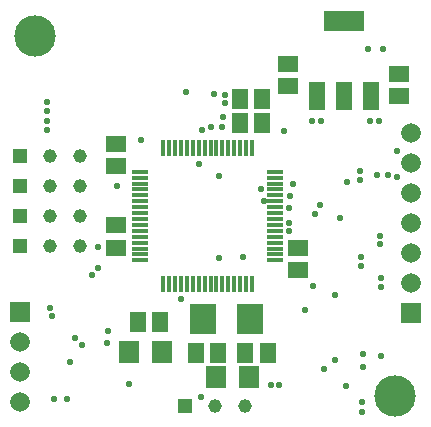
<source format=gbs>
G04 Layer_Color=16711935*
%FSLAX24Y24*%
%MOIN*%
G70*
G01*
G75*
%ADD68R,0.0575X0.0654*%
%ADD69R,0.0654X0.0575*%
%ADD71R,0.0654X0.0654*%
%ADD72C,0.0654*%
%ADD73R,0.0463X0.0463*%
%ADD74C,0.0463*%
%ADD75R,0.0463X0.0463*%
%ADD76C,0.1378*%
%ADD77C,0.0213*%
%ADD78C,0.0233*%
%ADD79R,0.1362X0.0693*%
%ADD80R,0.0535X0.0929*%
%ADD81R,0.0850X0.1008*%
%ADD82R,0.0693X0.0772*%
%ADD83R,0.0574X0.0157*%
%ADD84R,0.0157X0.0574*%
D68*
X8666Y10187D02*
D03*
X7918D02*
D03*
X8666Y10974D02*
D03*
X7918D02*
D03*
X6442Y2534D02*
D03*
X7190D02*
D03*
X8839D02*
D03*
X8091D02*
D03*
X5266Y3543D02*
D03*
X4518D02*
D03*
D69*
X9523Y12160D02*
D03*
Y11412D02*
D03*
X13214Y11821D02*
D03*
Y11073D02*
D03*
X3789Y6772D02*
D03*
Y6024D02*
D03*
X3789Y8750D02*
D03*
Y9498D02*
D03*
X9843Y6033D02*
D03*
Y5285D02*
D03*
D71*
X13632Y3856D02*
D03*
X591Y3886D02*
D03*
D72*
X13632Y9856D02*
D03*
Y8856D02*
D03*
Y7856D02*
D03*
Y6856D02*
D03*
Y4856D02*
D03*
Y5856D02*
D03*
X591Y2886D02*
D03*
Y1886D02*
D03*
Y886D02*
D03*
D73*
X575Y9087D02*
D03*
Y8087D02*
D03*
Y7087D02*
D03*
Y6087D02*
D03*
D74*
X1575Y9087D02*
D03*
Y8087D02*
D03*
Y7087D02*
D03*
Y6087D02*
D03*
X2575Y9087D02*
D03*
Y8087D02*
D03*
Y7087D02*
D03*
Y6087D02*
D03*
X7087Y763D02*
D03*
X8087D02*
D03*
D75*
X6087D02*
D03*
D76*
X1083Y13091D02*
D03*
X13091Y1083D02*
D03*
D77*
X6608Y1055D02*
D03*
X9547Y6576D02*
D03*
X9547Y6841D02*
D03*
X8711Y7579D02*
D03*
X9572Y7751D02*
D03*
X9695Y8169D02*
D03*
X10093Y3966D02*
D03*
X6545Y8809D02*
D03*
X1476Y9966D02*
D03*
Y10901D02*
D03*
X9561Y7371D02*
D03*
X7062Y11147D02*
D03*
X7308Y10039D02*
D03*
X7357Y10384D02*
D03*
X6939Y10064D02*
D03*
X1476Y10581D02*
D03*
Y10261D02*
D03*
X6644Y9966D02*
D03*
X9400Y9916D02*
D03*
X7234Y8415D02*
D03*
X4626Y9621D02*
D03*
X10408Y7160D02*
D03*
X10581Y7456D02*
D03*
X11491Y8219D02*
D03*
X12254Y10261D02*
D03*
X11934Y8292D02*
D03*
X12623Y5020D02*
D03*
X12598Y6422D02*
D03*
X8957Y1452D02*
D03*
X9227D02*
D03*
X10605Y10261D02*
D03*
X10335D02*
D03*
X3814Y8095D02*
D03*
X3174Y6053D02*
D03*
X4208Y1476D02*
D03*
X11442Y1427D02*
D03*
X12623Y2411D02*
D03*
X11073Y2288D02*
D03*
X10359Y4749D02*
D03*
X1649Y3765D02*
D03*
X1575Y4011D02*
D03*
X2657Y2781D02*
D03*
X5955Y4331D02*
D03*
X8637Y7972D02*
D03*
X2436Y3027D02*
D03*
X12598Y6152D02*
D03*
X12623Y4724D02*
D03*
X11934Y8588D02*
D03*
X12549Y10261D02*
D03*
X11270Y7037D02*
D03*
X11959Y5733D02*
D03*
Y5438D02*
D03*
X11097Y4454D02*
D03*
X10728Y1993D02*
D03*
X8022Y5709D02*
D03*
X2239Y2215D02*
D03*
X1722Y984D02*
D03*
X3002Y5118D02*
D03*
X3519Y3248D02*
D03*
X3494Y2854D02*
D03*
X7234Y5684D02*
D03*
X7406Y11122D02*
D03*
Y10851D02*
D03*
X12008Y2067D02*
D03*
Y2485D02*
D03*
X3200Y5340D02*
D03*
X2165Y984D02*
D03*
X11983Y886D02*
D03*
Y566D02*
D03*
X12475Y8465D02*
D03*
X12844D02*
D03*
X12180Y12648D02*
D03*
X12697D02*
D03*
X13140Y8391D02*
D03*
Y9252D02*
D03*
D78*
X6127Y11220D02*
D03*
D79*
X11393Y13602D02*
D03*
D80*
X12298Y11083D02*
D03*
X11393D02*
D03*
X10487D02*
D03*
D81*
X6693Y3642D02*
D03*
X8268D02*
D03*
D82*
X7126Y1722D02*
D03*
X8228D02*
D03*
X4213Y2559D02*
D03*
X5315D02*
D03*
D83*
X4587Y5610D02*
D03*
Y5807D02*
D03*
Y6004D02*
D03*
Y6201D02*
D03*
Y6398D02*
D03*
Y6594D02*
D03*
Y6791D02*
D03*
Y6988D02*
D03*
Y7185D02*
D03*
Y7382D02*
D03*
Y7579D02*
D03*
Y7776D02*
D03*
Y7972D02*
D03*
Y8169D02*
D03*
Y8366D02*
D03*
Y8563D02*
D03*
X9094D02*
D03*
Y8366D02*
D03*
Y8169D02*
D03*
Y7972D02*
D03*
Y7776D02*
D03*
Y7579D02*
D03*
Y7382D02*
D03*
Y7185D02*
D03*
Y6988D02*
D03*
Y6791D02*
D03*
Y6594D02*
D03*
Y6398D02*
D03*
Y6201D02*
D03*
Y6004D02*
D03*
Y5807D02*
D03*
Y5610D02*
D03*
D84*
X8317Y4833D02*
D03*
X8120D02*
D03*
X7923D02*
D03*
X7726D02*
D03*
X7530D02*
D03*
X7333D02*
D03*
X7136D02*
D03*
X6939D02*
D03*
X6742D02*
D03*
X6545D02*
D03*
X6348D02*
D03*
X6152D02*
D03*
X5955D02*
D03*
X5758D02*
D03*
X5561D02*
D03*
X5364D02*
D03*
X5364Y9341D02*
D03*
X5561D02*
D03*
X5758D02*
D03*
X5955D02*
D03*
X6152D02*
D03*
X6348D02*
D03*
X6545D02*
D03*
X6742D02*
D03*
X6939D02*
D03*
X7136D02*
D03*
X7333D02*
D03*
X7530D02*
D03*
X7726D02*
D03*
X7923D02*
D03*
X8120D02*
D03*
X8317D02*
D03*
M02*

</source>
